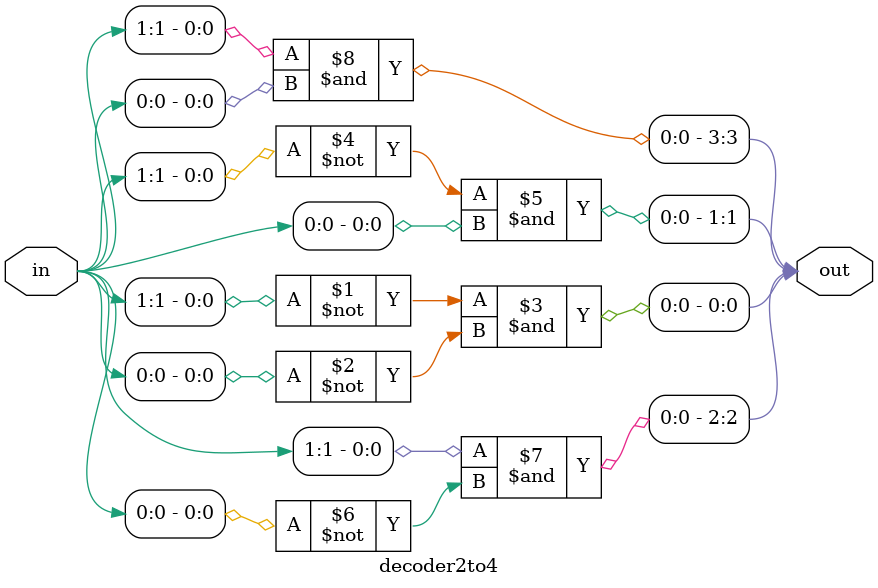
<source format=v>
module decoder2to4 (input [1:0] in, output [3:0] out);
    assign out[0] = (~in[1]) & (~in[0]);
    assign out[1] = (~in[1]) & ( in[0]);
    assign out[2] = ( in[1]) & (~in[0]);
    assign out[3] = ( in[1]) & ( in[0]);
endmodule


</source>
